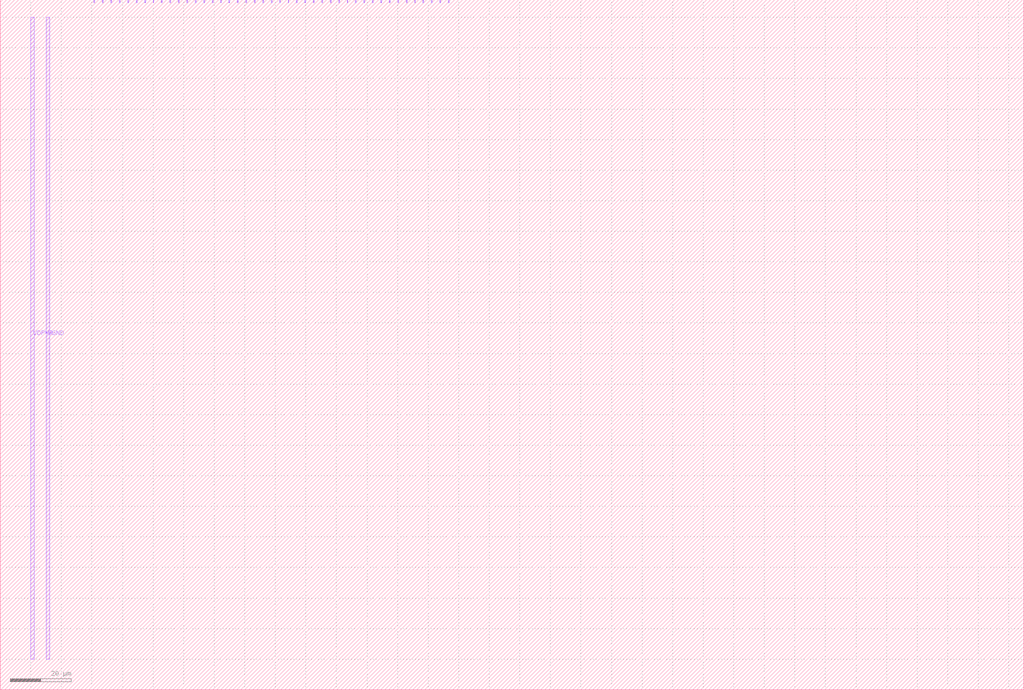
<source format=lef>
VERSION 5.7 ;
  NOWIREEXTENSIONATPIN ON ;
  DIVIDERCHAR "/" ;
  BUSBITCHARS "[]" ;
MACRO tt_um_tnt_rf_test
  CLASS BLOCK ;
  FOREIGN tt_um_tnt_rf_test ;
  ORIGIN 0.000 0.000 ;
  SIZE 334.880 BY 225.760 ;
  PIN clk
    DIRECTION INPUT ;
    USE SIGNAL ;
    PORT
      LAYER met4 ;
        RECT 143.830 224.760 144.130 225.760 ;
    END
  END clk
  PIN ena
    DIRECTION INPUT ;
    USE SIGNAL ;
    PORT
      LAYER met4 ;
        RECT 146.590 224.760 146.890 225.760 ;
    END
  END ena
  PIN rst_n
    DIRECTION INPUT ;
    USE SIGNAL ;
    PORT
      LAYER met4 ;
        RECT 141.070 224.760 141.370 225.760 ;
    END
  END rst_n
  PIN ui_in[0]
    DIRECTION INPUT ;
    USE SIGNAL ;
    PORT
      LAYER met4 ;
        RECT 138.310 224.760 138.610 225.760 ;
    END
  END ui_in[0]
  PIN ui_in[1]
    DIRECTION INPUT ;
    USE SIGNAL ;
    PORT
      LAYER met4 ;
        RECT 135.550 224.760 135.850 225.760 ;
    END
  END ui_in[1]
  PIN ui_in[2]
    DIRECTION INPUT ;
    USE SIGNAL ;
    PORT
      LAYER met4 ;
        RECT 132.790 224.760 133.090 225.760 ;
    END
  END ui_in[2]
  PIN ui_in[3]
    DIRECTION INPUT ;
    USE SIGNAL ;
    PORT
      LAYER met4 ;
        RECT 130.030 224.760 130.330 225.760 ;
    END
  END ui_in[3]
  PIN ui_in[4]
    DIRECTION INPUT ;
    USE SIGNAL ;
    PORT
      LAYER met4 ;
        RECT 127.270 224.760 127.570 225.760 ;
    END
  END ui_in[4]
  PIN ui_in[5]
    DIRECTION INPUT ;
    USE SIGNAL ;
    PORT
      LAYER met4 ;
        RECT 124.510 224.760 124.810 225.760 ;
    END
  END ui_in[5]
  PIN ui_in[6]
    DIRECTION INPUT ;
    USE SIGNAL ;
    PORT
      LAYER met4 ;
        RECT 121.750 224.760 122.050 225.760 ;
    END
  END ui_in[6]
  PIN ui_in[7]
    DIRECTION INPUT ;
    USE SIGNAL ;
    PORT
      LAYER met4 ;
        RECT 118.990 224.760 119.290 225.760 ;
    END
  END ui_in[7]
  PIN uio_in[0]
    DIRECTION INPUT ;
    USE SIGNAL ;
    PORT
      LAYER met4 ;
        RECT 116.230 224.760 116.530 225.760 ;
    END
  END uio_in[0]
  PIN uio_in[1]
    DIRECTION INPUT ;
    USE SIGNAL ;
    PORT
      LAYER met4 ;
        RECT 113.470 224.760 113.770 225.760 ;
    END
  END uio_in[1]
  PIN uio_in[2]
    DIRECTION INPUT ;
    USE SIGNAL ;
    PORT
      LAYER met4 ;
        RECT 110.710 224.760 111.010 225.760 ;
    END
  END uio_in[2]
  PIN uio_in[3]
    DIRECTION INPUT ;
    USE SIGNAL ;
    PORT
      LAYER met4 ;
        RECT 107.950 224.760 108.250 225.760 ;
    END
  END uio_in[3]
  PIN uio_in[4]
    DIRECTION INPUT ;
    USE SIGNAL ;
    PORT
      LAYER met4 ;
        RECT 105.190 224.760 105.490 225.760 ;
    END
  END uio_in[4]
  PIN uio_in[5]
    DIRECTION INPUT ;
    USE SIGNAL ;
    PORT
      LAYER met4 ;
        RECT 102.430 224.760 102.730 225.760 ;
    END
  END uio_in[5]
  PIN uio_in[6]
    DIRECTION INPUT ;
    USE SIGNAL ;
    PORT
      LAYER met4 ;
        RECT 99.670 224.760 99.970 225.760 ;
    END
  END uio_in[6]
  PIN uio_in[7]
    DIRECTION INPUT ;
    USE SIGNAL ;
    PORT
      LAYER met4 ;
        RECT 96.910 224.760 97.210 225.760 ;
    END
  END uio_in[7]
  PIN uio_oe[0]
    DIRECTION OUTPUT ;
    USE SIGNAL ;
    PORT
      LAYER met4 ;
        RECT 49.990 224.760 50.290 225.760 ;
    END
  END uio_oe[0]
  PIN uio_oe[1]
    DIRECTION OUTPUT ;
    USE SIGNAL ;
    PORT
      LAYER met4 ;
        RECT 47.230 224.760 47.530 225.760 ;
    END
  END uio_oe[1]
  PIN uio_oe[2]
    DIRECTION OUTPUT ;
    USE SIGNAL ;
    PORT
      LAYER met4 ;
        RECT 44.470 224.760 44.770 225.760 ;
    END
  END uio_oe[2]
  PIN uio_oe[3]
    DIRECTION OUTPUT ;
    USE SIGNAL ;
    PORT
      LAYER met4 ;
        RECT 41.710 224.760 42.010 225.760 ;
    END
  END uio_oe[3]
  PIN uio_oe[4]
    DIRECTION OUTPUT ;
    USE SIGNAL ;
    PORT
      LAYER met4 ;
        RECT 38.950 224.760 39.250 225.760 ;
    END
  END uio_oe[4]
  PIN uio_oe[5]
    DIRECTION OUTPUT ;
    USE SIGNAL ;
    PORT
      LAYER met4 ;
        RECT 36.190 224.760 36.490 225.760 ;
    END
  END uio_oe[5]
  PIN uio_oe[6]
    DIRECTION OUTPUT ;
    USE SIGNAL ;
    PORT
      LAYER met4 ;
        RECT 33.430 224.760 33.730 225.760 ;
    END
  END uio_oe[6]
  PIN uio_oe[7]
    DIRECTION OUTPUT ;
    USE SIGNAL ;
    PORT
      LAYER met4 ;
        RECT 30.670 224.760 30.970 225.760 ;
    END
  END uio_oe[7]
  PIN uio_out[0]
    DIRECTION OUTPUT ;
    USE SIGNAL ;
    PORT
      LAYER met4 ;
        RECT 72.070 224.760 72.370 225.760 ;
    END
  END uio_out[0]
  PIN uio_out[1]
    DIRECTION OUTPUT ;
    USE SIGNAL ;
    PORT
      LAYER met4 ;
        RECT 69.310 224.760 69.610 225.760 ;
    END
  END uio_out[1]
  PIN uio_out[2]
    DIRECTION OUTPUT ;
    USE SIGNAL ;
    PORT
      LAYER met4 ;
        RECT 66.550 224.760 66.850 225.760 ;
    END
  END uio_out[2]
  PIN uio_out[3]
    DIRECTION OUTPUT ;
    USE SIGNAL ;
    PORT
      LAYER met4 ;
        RECT 63.790 224.760 64.090 225.760 ;
    END
  END uio_out[3]
  PIN uio_out[4]
    DIRECTION OUTPUT ;
    USE SIGNAL ;
    PORT
      LAYER met4 ;
        RECT 61.030 224.760 61.330 225.760 ;
    END
  END uio_out[4]
  PIN uio_out[5]
    DIRECTION OUTPUT ;
    USE SIGNAL ;
    PORT
      LAYER met4 ;
        RECT 58.270 224.760 58.570 225.760 ;
    END
  END uio_out[5]
  PIN uio_out[6]
    DIRECTION OUTPUT ;
    USE SIGNAL ;
    PORT
      LAYER met4 ;
        RECT 55.510 224.760 55.810 225.760 ;
    END
  END uio_out[6]
  PIN uio_out[7]
    DIRECTION OUTPUT ;
    USE SIGNAL ;
    PORT
      LAYER met4 ;
        RECT 52.750 224.760 53.050 225.760 ;
    END
  END uio_out[7]
  PIN uo_out[0]
    DIRECTION OUTPUT ;
    USE SIGNAL ;
    PORT
      LAYER met4 ;
        RECT 94.150 224.760 94.450 225.760 ;
    END
  END uo_out[0]
  PIN uo_out[1]
    DIRECTION OUTPUT ;
    USE SIGNAL ;
    PORT
      LAYER met4 ;
        RECT 91.390 224.760 91.690 225.760 ;
    END
  END uo_out[1]
  PIN uo_out[2]
    DIRECTION OUTPUT ;
    USE SIGNAL ;
    PORT
      LAYER met4 ;
        RECT 88.630 224.760 88.930 225.760 ;
    END
  END uo_out[2]
  PIN uo_out[3]
    DIRECTION OUTPUT ;
    USE SIGNAL ;
    PORT
      LAYER met4 ;
        RECT 85.870 224.760 86.170 225.760 ;
    END
  END uo_out[3]
  PIN uo_out[4]
    DIRECTION OUTPUT ;
    USE SIGNAL ;
    PORT
      LAYER met4 ;
        RECT 83.110 224.760 83.410 225.760 ;
    END
  END uo_out[4]
  PIN uo_out[5]
    DIRECTION OUTPUT ;
    USE SIGNAL ;
    PORT
      LAYER met4 ;
        RECT 80.350 224.760 80.650 225.760 ;
    END
  END uo_out[5]
  PIN uo_out[6]
    DIRECTION OUTPUT ;
    USE SIGNAL ;
    PORT
      LAYER met4 ;
        RECT 77.590 224.760 77.890 225.760 ;
    END
  END uo_out[6]
  PIN uo_out[7]
    DIRECTION OUTPUT ;
    USE SIGNAL ;
    PORT
      LAYER met4 ;
        RECT 74.830 224.760 75.130 225.760 ;
    END
  END uo_out[7]
  PIN VGND
    USE GROUND ;
    PORT
      LAYER met4 ;
        RECT 15.000 10.000 16.200 220.000 ;
    END
  END VGND
  PIN VDPWR
    PORT
      LAYER met4 ;
        RECT 10.000 10.000 11.200 220.000 ;
    END
  END VDPWR
END tt_um_tnt_rf_test
END LIBRARY


</source>
